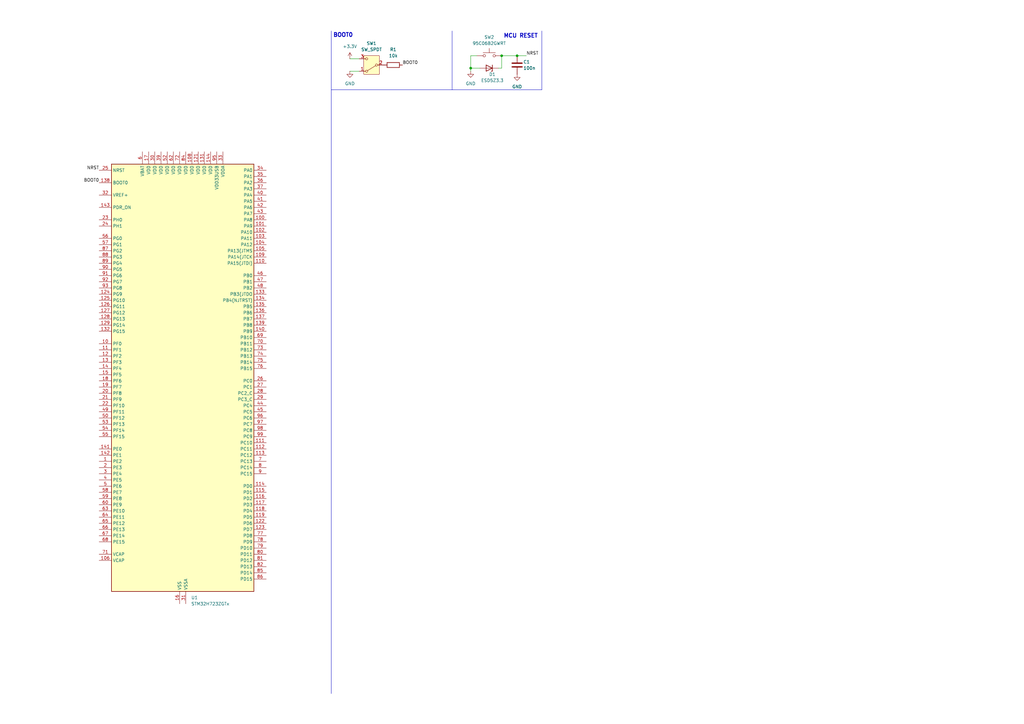
<source format=kicad_sch>
(kicad_sch (version 20231120) (generator "eeschema") (generator_version "8.0")
  (paper "A3")
  (lib_symbols
    (symbol "Device:C" (pin_numbers hide) (pin_names (offset 0.254))
      (property "Reference" "C" (at 0.635 2.54 0))
      (property "Value" "C" (at 0.635 -2.54 0))
      (symbol "C_0_1"
        (polyline (pts (xy -2.032 -0.762) (xy 2.032 -0.762)) (stroke (width 0.508)))
        (polyline (pts (xy -2.032 0.762) (xy 2.032 0.762)) (stroke (width 0.508)))
      )
      (symbol "C_1_1"
        (pin passive line (at 0 3.81 270) (length 2.794) (name "~") (number "1"))
        (pin passive line (at 0 -3.81 90) (length 2.794) (name "~") (number "2"))
      )
    )
    (symbol "Device:R" (pin_numbers hide) (pin_names (offset 0))
      (property "Reference" "R" (at 2.032 0 90))
      (property "Value" "R" (at 0 0 90))
      (symbol "R_0_1"
        (rectangle (start -1.016 -2.54) (end 1.016 2.54) (stroke (width 0.254)))
      )
      (symbol "R_1_1"
        (pin passive line (at 0 3.81 270) (length 1.27) (name "~") (number "1"))
        (pin passive line (at 0 -3.81 90) (length 1.27) (name "~") (number "2"))
      )
    )
    (symbol "Diode:ESD5Zxx" (pin_numbers hide) (pin_names hide)
      (property "Reference" "D" (at 0 2.54 0))
      (property "Value" "ESD5Zxx" (at 0 -2.54 0))
      (symbol "ESD5Zxx_0_1"
        (polyline (pts (xy 1.27 0) (xy -1.27 0)))
        (polyline (pts (xy -1.27 -1.27) (xy -1.27 1.27) (xy -0.762 1.27)) (stroke (width 0.254)))
        (polyline (pts (xy 1.27 -1.27) (xy 1.27 1.27) (xy -1.27 0) (xy 1.27 -1.27)) (stroke (width 0.254)))
      )
      (symbol "ESD5Zxx_1_1"
        (pin passive line (at -3.81 0 0) (length 2.54) (name "K") (number "1"))
        (pin passive line (at 3.81 0 180) (length 2.54) (name "A") (number "2"))
      )
    )
    (symbol "MCU_ST_STM32H7:STM32H723ZGTx"
      (property "Reference" "U" (at -27.94 90.17 0))
      (property "Value" "STM32H723ZGTx" (at 20.32 90.17 0))
      (symbol "STM32H723ZGTx_0_1"
        (rectangle (start -27.94 -86.36) (end 30.48 88.9) (stroke (width 0.254)) (fill (type background)))
      )
      (symbol "STM32H723ZGTx_1_1"
        (pin bidirectional line (at -33.02 -33.02 0) (length 5.08) (name "PE2") (number "1"))
        (pin bidirectional line (at -33.02 15.24 0) (length 5.08) (name "PF0") (number "10"))
        (pin bidirectional line (at 35.56 66.04 180) (length 5.08) (name "PA8") (number "100"))
        (pin bidirectional line (at 35.56 63.5 180) (length 5.08) (name "PA9") (number "101"))
        (pin bidirectional line (at 35.56 60.96 180) (length 5.08) (name "PA10") (number "102"))
        (pin bidirectional line (at 35.56 58.42 180) (length 5.08) (name "PA11") (number "103"))
        (pin bidirectional line (at 35.56 55.88 180) (length 5.08) (name "PA12") (number "104"))
        (pin bidirectional line (at 35.56 53.34 180) (length 5.08) (name "PA13(JTMS") (number "105"))
        (pin power_out line (at -33.02 -73.66 0) (length 5.08) (name "VCAP") (number "106"))
        (pin passive line (at 0 -91.44 90) (length 5.08) hide (name "VSS") (number "107"))
        (pin power_in line (at 5.08 93.98 270) (length 5.08) (name "VDD") (number "108"))
        (pin bidirectional line (at 35.56 50.8 180) (length 5.08) (name "PA14(JTCK") (number "109"))
        (pin bidirectional line (at -33.02 12.7 0) (length 5.08) (name "PF1") (number "11"))
        (pin bidirectional line (at 35.56 48.26 180) (length 5.08) (name "PA15(JTDI)") (number "110"))
        (pin bidirectional line (at 35.56 -25.4 180) (length 5.08) (name "PC10") (number "111"))
        (pin bidirectional line (at 35.56 -27.94 180) (length 5.08) (name "PC11") (number "112"))
        (pin bidirectional line (at 35.56 -30.48 180) (length 5.08) (name "PC12") (number "113"))
        (pin bidirectional line (at 35.56 -43.18 180) (length 5.08) (name "PD0") (number "114"))
        (pin bidirectional line (at 35.56 -45.72 180) (length 5.08) (name "PD1") (number "115"))
        (pin bidirectional line (at 35.56 -48.26 180) (length 5.08) (name "PD2") (number "116"))
        (pin bidirectional line (at 35.56 -50.8 180) (length 5.08) (name "PD3") (number "117"))
        (pin bidirectional line (at 35.56 -53.34 180) (length 5.08) (name "PD4") (number "118"))
        (pin bidirectional line (at 35.56 -55.88 180) (length 5.08) (name "PD5") (number "119"))
        (pin bidirectional line (at -33.02 10.16 0) (length 5.08) (name "PF2") (number "12"))
        (pin passive line (at 0 -91.44 90) (length 5.08) hide (name "VSS") (number "120"))
        (pin power_in line (at 7.62 93.98 270) (length 5.08) (name "VDD") (number "121"))
        (pin bidirectional line (at 35.56 -58.42 180) (length 5.08) (name "PD6") (number "122"))
        (pin bidirectional line (at 35.56 -60.96 180) (length 5.08) (name "PD7") (number "123"))
        (pin bidirectional line (at -33.02 35.56 0) (length 5.08) (name "PG9") (number "124"))
        (pin bidirectional line (at -33.02 33.02 0) (length 5.08) (name "PG10") (number "125"))
        (pin bidirectional line (at -33.02 30.48 0) (length 5.08) (name "PG11") (number "126"))
        (pin bidirectional line (at -33.02 27.94 0) (length 5.08) (name "PG12") (number "127"))
        (pin bidirectional line (at -33.02 25.4 0) (length 5.08) (name "PG13") (number "128"))
        (pin bidirectional line (at -33.02 22.86 0) (length 5.08) (name "PG14") (number "129"))
        (pin bidirectional line (at -33.02 7.62 0) (length 5.08) (name "PF3") (number "13"))
        (pin passive line (at 0 -91.44 90) (length 5.08) hide (name "VSS") (number "130"))
        (pin power_in line (at 10.16 93.98 270) (length 5.08) (name "VDD") (number "131"))
        (pin bidirectional line (at -33.02 20.32 0) (length 5.08) (name "PG15") (number "132"))
        (pin bidirectional line (at 35.56 35.56 180) (length 5.08) (name "PB3(JTDO") (number "133"))
        (pin bidirectional line (at 35.56 33.02 180) (length 5.08) (name "PB4(NJTRST)") (number "134"))
        (pin bidirectional line (at 35.56 30.48 180) (length 5.08) (name "PB5") (number "135"))
        (pin bidirectional line (at 35.56 27.94 180) (length 5.08) (name "PB6") (number "136"))
        (pin bidirectional line (at 35.56 25.4 180) (length 5.08) (name "PB7") (number "137"))
        (pin input line (at -33.02 81.28 0) (length 5.08) (name "BOOT0") (number "138"))
        (pin bidirectional line (at 35.56 22.86 180) (length 5.08) (name "PB8") (number "139"))
        (pin bidirectional line (at -33.02 5.08 0) (length 5.08) (name "PF4") (number "14"))
        (pin bidirectional line (at 35.56 20.32 180) (length 5.08) (name "PB9") (number "140"))
        (pin bidirectional line (at -33.02 -27.94 0) (length 5.08) (name "PE0") (number "141"))
        (pin bidirectional line (at -33.02 -30.48 0) (length 5.08) (name "PE1") (number "142"))
        (pin input line (at -33.02 71.12 0) (length 5.08) (name "PDR_ON") (number "143"))
        (pin power_in line (at 12.7 93.98 270) (length 5.08) (name "VDD") (number "144"))
        (pin bidirectional line (at -33.02 2.54 0) (length 5.08) (name "PF5") (number "15"))
        (pin power_in line (at 0 -91.44 90) (length 5.08) (name "VSS") (number "16"))
        (pin power_in line (at -12.7 93.98 270) (length 5.08) (name "VDD") (number "17"))
        (pin bidirectional line (at -33.02 0 0) (length 5.08) (name "PF6") (number "18"))
        (pin bidirectional line (at -33.02 -2.54 0) (length 5.08) (name "PF7") (number "19"))
        (pin bidirectional line (at -33.02 -35.56 0) (length 5.08) (name "PE3") (number "2"))
        (pin bidirectional line (at -33.02 -5.08 0) (length 5.08) (name "PF8") (number "20"))
        (pin bidirectional line (at -33.02 -7.62 0) (length 5.08) (name "PF9") (number "21"))
        (pin bidirectional line (at -33.02 -10.16 0) (length 5.08) (name "PF10") (number "22"))
        (pin bidirectional line (at -33.02 66.04 0) (length 5.08) (name "PH0") (number "23"))
        (pin bidirectional line (at -33.02 63.5 0) (length 5.08) (name "PH1") (number "24"))
        (pin input line (at -33.02 86.36 0) (length 5.08) (name "NRST") (number "25"))
        (pin bidirectional line (at 35.56 0 180) (length 5.08) (name "PC0") (number "26"))
        (pin bidirectional line (at 35.56 -2.54 180) (length 5.08) (name "PC1") (number "27"))
        (pin bidirectional line (at 35.56 -5.08 180) (length 5.08) (name "PC2_C") (number "28"))
        (pin bidirectional line (at 35.56 -7.62 180) (length 5.08) (name "PC3_C") (number "29"))
        (pin bidirectional line (at -33.02 -38.1 0) (length 5.08) (name "PE4") (number "3"))
        (pin power_in line (at -10.16 93.98 270) (length 5.08) (name "VDD") (number "30"))
        (pin power_in line (at 2.54 -91.44 90) (length 5.08) (name "VSSA") (number "31"))
        (pin input line (at -33.02 76.2 0) (length 5.08) (name "VREF+") (number "32"))
        (pin power_in line (at 17.78 93.98 270) (length 5.08) (name "VDDA") (number "33"))
        (pin bidirectional line (at 35.56 86.36 180) (length 5.08) (name "PA0") (number "34"))
        (pin bidirectional line (at 35.56 83.82 180) (length 5.08) (name "PA1") (number "35"))
        (pin bidirectional line (at 35.56 81.28 180) (length 5.08) (name "PA2") (number "36"))
        (pin bidirectional line (at 35.56 78.74 180) (length 5.08) (name "PA3") (number "37"))
        (pin passive line (at 0 -91.44 90) (length 5.08) hide (name "VSS") (number "38"))
        (pin power_in line (at -7.62 93.98 270) (length 5.08) (name "VDD") (number "39"))
        (pin bidirectional line (at -33.02 -40.64 0) (length 5.08) (name "PE5") (number "4"))
        (pin bidirectional line (at 35.56 76.2 180) (length 5.08) (name "PA4") (number "40"))
        (pin bidirectional line (at 35.56 73.66 180) (length 5.08) (name "PA5") (number "41"))
        (pin bidirectional line (at 35.56 71.12 180) (length 5.08) (name "PA6") (number "42"))
        (pin bidirectional line (at 35.56 68.58 180) (length 5.08) (name "PA7") (number "43"))
        (pin bidirectional line (at 35.56 -10.16 180) (length 5.08) (name "PC4") (number "44"))
        (pin bidirectional line (at 35.56 -12.7 180) (length 5.08) (name "PC5") (number "45"))
        (pin bidirectional line (at 35.56 43.18 180) (length 5.08) (name "PB0") (number "46"))
        (pin bidirectional line (at 35.56 40.64 180) (length 5.08) (name "PB1") (number "47"))
        (pin bidirectional line (at 35.56 38.1 180) (length 5.08) (name "PB2") (number "48"))
        (pin bidirectional line (at -33.02 -12.7 0) (length 5.08) (name "PF11") (number "49"))
        (pin bidirectional line (at -33.02 -43.18 0) (length 5.08) (name "PE6") (number "5"))
        (pin bidirectional line (at -33.02 -15.24 0) (length 5.08) (name "PF12") (number "50"))
        (pin passive line (at 0 -91.44 90) (length 5.08) hide (name "VSS") (number "51"))
        (pin power_in line (at -5.08 93.98 270) (length 5.08) (name "VDD") (number "52"))
        (pin bidirectional line (at -33.02 -17.78 0) (length 5.08) (name "PF13") (number "53"))
        (pin bidirectional line (at -33.02 -20.32 0) (length 5.08) (name "PF14") (number "54"))
        (pin bidirectional line (at -33.02 -22.86 0) (length 5.08) (name "PF15") (number "55"))
        (pin bidirectional line (at -33.02 58.42 0) (length 5.08) (name "PG0") (number "56"))
        (pin bidirectional line (at -33.02 55.88 0) (length 5.08) (name "PG1") (number "57"))
        (pin bidirectional line (at -33.02 -45.72 0) (length 5.08) (name "PE7") (number "58"))
        (pin bidirectional line (at -33.02 -48.26 0) (length 5.08) (name "PE8") (number "59"))
        (pin power_in line (at -15.24 93.98 270) (length 5.08) (name "VBAT") (number "6"))
        (pin bidirectional line (at -33.02 -50.8 0) (length 5.08) (name "PE9") (number "60"))
        (pin passive line (at 0 -91.44 90) (length 5.08) hide (name "VSS") (number "61"))
        (pin power_in line (at -2.54 93.98 270) (length 5.08) (name "VDD") (number "62"))
        (pin bidirectional line (at -33.02 -53.34 0) (length 5.08) (name "PE10") (number "63"))
        (pin bidirectional line (at -33.02 -55.88 0) (length 5.08) (name "PE11") (number "64"))
        (pin bidirectional line (at -33.02 -58.42 0) (length 5.08) (name "PE12") (number "65"))
        (pin bidirectional line (at -33.02 -60.96 0) (length 5.08) (name "PE13") (number "66"))
        (pin bidirectional line (at -33.02 -63.5 0) (length 5.08) (name "PE14") (number "67"))
        (pin bidirectional line (at -33.02 -66.04 0) (length 5.08) (name "PE15") (number "68"))
        (pin bidirectional line (at 35.56 17.78 180) (length 5.08) (name "PB10") (number "69"))
        (pin bidirectional line (at 35.56 -33.02 180) (length 5.08) (name "PC13") (number "7"))
        (pin bidirectional line (at 35.56 15.24 180) (length 5.08) (name "PB11") (number "70"))
        (pin power_out line (at -33.02 -71.12 0) (length 5.08) (name "VCAP") (number "71"))
        (pin power_in line (at 0 93.98 270) (length 5.08) (name "VDD") (number "72"))
        (pin bidirectional line (at 35.56 12.7 180) (length 5.08) (name "PB12") (number "73"))
        (pin bidirectional line (at 35.56 10.16 180) (length 5.08) (name "PB13") (number "74"))
        (pin bidirectional line (at 35.56 7.62 180) (length 5.08) (name "PB14") (number "75"))
        (pin bidirectional line (at 35.56 5.08 180) (length 5.08) (name "PB15") (number "76"))
        (pin bidirectional line (at 35.56 -63.5 180) (length 5.08) (name "PD8") (number "77"))
        (pin bidirectional line (at 35.56 -66.04 180) (length 5.08) (name "PD9") (number "78"))
        (pin bidirectional line (at 35.56 -68.58 180) (length 5.08) (name "PD10") (number "79"))
        (pin bidirectional line (at 35.56 -35.56 180) (length 5.08) (name "PC14") (number "8"))
        (pin bidirectional line (at 35.56 -71.12 180) (length 5.08) (name "PD11") (number "80"))
        (pin bidirectional line (at 35.56 -73.66 180) (length 5.08) (name "PD12") (number "81"))
        (pin bidirectional line (at 35.56 -76.2 180) (length 5.08) (name "PD13") (number "82"))
        (pin passive line (at 0 -91.44 90) (length 5.08) hide (name "VSS") (number "83"))
        (pin power_in line (at 2.54 93.98 270) (length 5.08) (name "VDD") (number "84"))
        (pin bidirectional line (at 35.56 -78.74 180) (length 5.08) (name "PD14") (number "85"))
        (pin bidirectional line (at 35.56 -81.28 180) (length 5.08) (name "PD15") (number "86"))
        (pin bidirectional line (at -33.02 53.34 0) (length 5.08) (name "PG2") (number "87"))
        (pin bidirectional line (at -33.02 50.8 0) (length 5.08) (name "PG3") (number "88"))
        (pin bidirectional line (at -33.02 48.26 0) (length 5.08) (name "PG4") (number "89"))
        (pin bidirectional line (at 35.56 -38.1 180) (length 5.08) (name "PC15") (number "9"))
        (pin bidirectional line (at -33.02 45.72 0) (length 5.08) (name "PG5") (number "90"))
        (pin bidirectional line (at -33.02 43.18 0) (length 5.08) (name "PG6") (number "91"))
        (pin bidirectional line (at -33.02 40.64 0) (length 5.08) (name "PG7") (number "92"))
        (pin bidirectional line (at -33.02 38.1 0) (length 5.08) (name "PG8") (number "93"))
        (pin passive line (at 0 -91.44 90) (length 5.08) hide (name "VSS") (number "94"))
        (pin power_in line (at 15.24 93.98 270) (length 5.08) (name "VDD33USB") (number "95"))
        (pin bidirectional line (at 35.56 -15.24 180) (length 5.08) (name "PC6") (number "96"))
        (pin bidirectional line (at 35.56 -17.78 180) (length 5.08) (name "PC7") (number "97"))
        (pin bidirectional line (at 35.56 -20.32 180) (length 5.08) (name "PC8") (number "98"))
        (pin bidirectional line (at 35.56 -22.86 180) (length 5.08) (name "PC9") (number "99"))
      )
    )
    (symbol "Switch:SW_Push" (pin_numbers hide) (pin_names (offset 1.016) hide)
      (property "Reference" "SW" (at 1.27 2.54 0))
      (property "Value" "SW_Push" (at 0 -1.524 0))
      (symbol "SW_Push_0_1"
        (circle (center -2.032 0) (radius 0.508))
        (polyline (pts (xy 0 1.27) (xy 0 3.048)))
        (polyline (pts (xy 2.54 1.27) (xy -2.54 1.27)))
        (circle (center 2.032 0) (radius 0.508))
        (pin passive line (at -5.08 0 0) (length 2.54) (name "1") (number "1"))
        (pin passive line (at 5.08 0 180) (length 2.54) (name "2") (number "2"))
      )
    )
    (symbol "Switch:SW_SPDT" (pin_names (offset 0) hide)
      (property "Reference" "SW" (at 0 5.08 0))
      (property "Value" "SW_SPDT" (at 0 -5.08 0))
      (symbol "SW_SPDT_0_1"
        (circle (center -2.032 0) (radius 0.4572))
        (polyline (pts (xy -1.651 0.254) (xy 1.651 2.286)))
        (circle (center 2.032 -2.54) (radius 0.4572))
        (circle (center 2.032 2.54) (radius 0.4572))
      )
      (symbol "SW_SPDT_1_1"
        (rectangle (start -3.175 3.81) (end 3.175 -3.81) (fill (type background)))
        (pin passive line (at 5.08 2.54 180) (length 2.54) (name "A") (number "1"))
        (pin passive line (at -5.08 0 0) (length 2.54) (name "B") (number "2"))
        (pin passive line (at 5.08 -2.54 180) (length 2.54) (name "C") (number "3"))
      )
    )
    (symbol "power:+3.3V" (power) (pin_numbers hide) (pin_names (offset 0) hide)
      (property "Value" "+3.3V" (at 0 3.556 0))
      (symbol "+3.3V_0_1"
        (polyline (pts (xy -0.762 1.27) (xy 0 2.54)))
        (polyline (pts (xy 0 0) (xy 0 2.54)))
        (polyline (pts (xy 0 2.54) (xy 0.762 1.27)))
      )
      (symbol "+3.3V_1_1"
        (pin power_in line (at 0 0 90) (length 0) (name "~") (number "1"))
      )
    )
    (symbol "power:GND" (power) (pin_numbers hide) (pin_names (offset 0) hide)
      (property "Value" "GND" (at 0 -3.81 0))
      (symbol "GND_0_1"
        (polyline (pts (xy 0 0) (xy 0 -1.27) (xy 1.27 -1.27) (xy 0 -2.54) (xy -1.27 -1.27) (xy 0 -1.27)))
      )
      (symbol "GND_1_1"
        (pin power_in line (at 0 0 270) (length 0) (name "~") (number "1"))
      )
    )
  )
  (junction (at 193.04 27.94))
  (junction (at 205.74 22.86))
  (junction (at 212.09 22.86))
  (wire (pts (xy 143.51 24.13) (xy 147.32 24.13)))
  (polyline (pts (xy 185.42 12.7) (xy 185.42 36.83)))
  (wire (pts (xy 193.04 27.94) (xy 193.04 29.21)))
  (polyline (pts (xy 185.42 36.83) (xy 222.25 36.83)))
  (wire (pts (xy 193.04 22.86) (xy 195.58 22.86)))
  (polyline (pts (xy 222.25 12.7) (xy 222.25 36.83)))
  (wire (pts (xy 143.51 29.21) (xy 147.32 29.21)))
  (wire (pts (xy 205.74 22.86) (xy 212.09 22.86)))
  (wire (pts (xy 204.47 27.94) (xy 205.74 27.94)))
  (polyline (pts (xy 135.89 12.7) (xy 135.89 284.48)))
  (wire (pts (xy 205.74 27.94) (xy 205.74 22.86)))
  (polyline (pts (xy 135.89 36.83) (xy 185.42 36.83)))
  (wire (pts (xy 212.09 22.86) (xy 215.9 22.86)))
  (wire (pts (xy 193.04 27.94) (xy 196.85 27.94)))
  (wire (pts (xy 193.04 22.86) (xy 193.04 27.94)))
  (text "MCU RESET\n" (at 206.502 15.748 0) (effects (font (size 1.6256 1.6256) (thickness 0.3251) (bold yes)) (justify left bottom)))
  (text "BOOT0" (at 140.716 14.478 0) (effects (font (size 1.6256 1.6256) (thickness 0.3251) (bold yes))))
  (label "NRST" (at 215.9 22.86 0))
  (label "NRST" (at 40.64 69.85 180))
  (label "BOOT0" (at 165.1 26.67 0))
  (label "BOOT0" (at 40.64 74.93 180))
  (symbol (lib_id "Device:C") (at 212.09 26.67 0) (unit 1)
    (property "Reference" "C1" (at 214.63 25.4 0) (effects (justify left)))
    (property "Value" "100n" (at 214.63 27.94 0) (effects (justify left)))
    (property "Footprint" "Capacitor_SMD:C_0603_1608Metric" (effects (hide yes)))
  )
  (symbol (lib_id "Diode:ESD5Zxx") (at 200.66 27.94 180) (unit 1)
    (property "Reference" "D1" (at 201.93 30.48 0))
    (property "Value" "ESD5Z3.3" (at 201.93 33.02 0))
    (property "Footprint" "Diode_SMD:D_SOD-523" (effects (hide yes)))
    (property "Datasheet" "https://www.onsemi.com/pdf/datasheet/esd5z2.5t1-d.pdf" (effects (hide yes)))
  )
  (symbol (lib_id "Switch:SW_Push") (at 200.66 22.86 0) (unit 1)
    (property "Reference" "SW2" (at 200.66 15.24 0))
    (property "Value" "95C06B2GWRT" (at 200.66 17.78 0))
    (property "Footprint" "Button_Switch_SMD:SW_Push_1P1T_NO_6x6mm_H9.5mm" (effects (hide yes)))
    (property "Datasheet" "https://www.mouser.com/datasheet/2/626/grhls00979_1-2289208.pdf" (effects (hide yes)))
  )
  (symbol (lib_id "power:GND") (at 143.51 29.21 0) (unit 1)
    (property "Reference" "#PWR02" (effects (hide yes)))
    (property "Value" "GND" (at 143.51 34.29 0))
    (property "Description" "Power symbol creates a global label with name \"GND\" , ground" (effects (hide yes)))
  )
  (symbol (lib_id "power:GND") (at 193.04 29.21 0) (unit 1)
    (property "Reference" "#PWR03" (effects (hide yes)))
    (property "Value" "GND" (at 193.04 34.29 0))
  )
  (symbol (lib_id "power:GND") (at 212.09 30.48 0) (unit 1)
    (property "Reference" "#PWR04" (effects (hide yes)))
    (property "Value" "GND" (at 212.09 35.56 0))
  )
  (symbol (lib_id "Switch:SW_SPDT") (at 152.4 26.67 180) (unit 1)
    (property "Reference" "SW1" (at 152.4 17.78 0))
    (property "Value" "SW_SPDT" (at 152.4 20.32 0))
    (property "Description" "Switch, single pole double throw" (effects (hide yes)))
  )
  (symbol (lib_id "Device:R") (at 161.29 26.67 90) (unit 1)
    (property "Reference" "R1" (at 161.29 20.32 90))
    (property "Value" "10k" (at 161.29 22.86 90))
    (property "Description" "Resistor" (effects (hide yes)))
  )
  (symbol (lib_id "power:+3.3V") (at 143.51 24.13 0) (unit 1)
    (property "Reference" "#PWR01" (effects (hide yes)))
    (property "Value" "+3.3V" (at 143.51 19.05 0))
    (property "Description" "Power symbol creates a global label with name \"+3.3V\"" (effects (hide yes)))
  )
  (symbol (lib_id "MCU_ST_STM32H7:STM32H723ZGTx") (at 73.66 156.21 0) (unit 1)
    (property "Reference" "U1" (at 78.3941 245.11 0) (effects (justify left)))
    (property "Value" "STM32H723ZGTx" (at 78.3941 247.65 0) (effects (justify left)))
    (property "Footprint" "Package_QFP:LQFP-144_20x20mm_P0.5mm" (effects (hide yes)))
    (property "Datasheet" "https://www.st.com/resource/en/datasheet/stm32h723zg.pdf" (effects (hide yes)))
    (property "Description" "STMicroelectronics Arm Cortex-M7 MCU, 1024KB flash, 564KB RAM, 550 MHz, 1.62-3.6V, 114 GPIO, LQFP144" (effects (hide yes)))
  )
)
</source>
